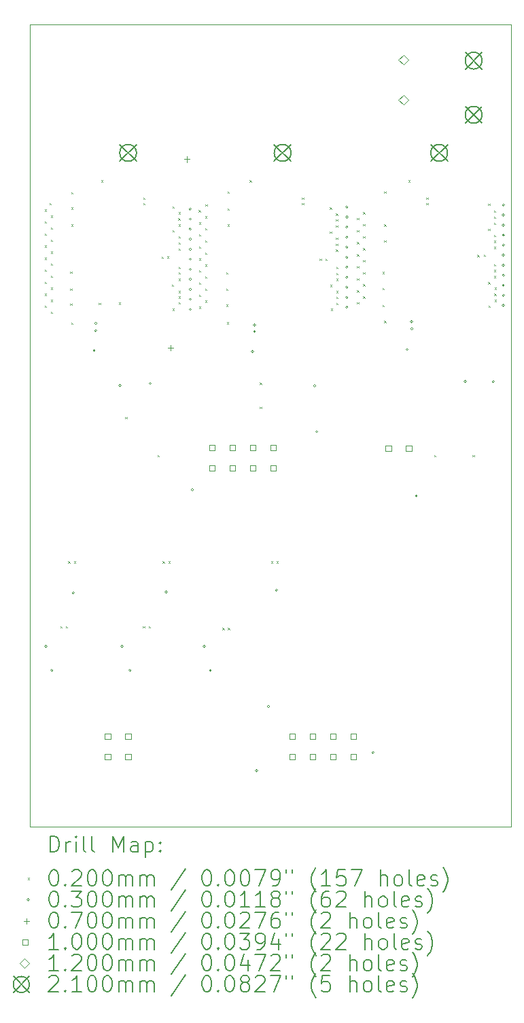
<source format=gbr>
%TF.GenerationSoftware,KiCad,Pcbnew,(6.0.7-1)-1*%
%TF.CreationDate,2023-01-06T15:11:38+01:00*%
%TF.ProjectId,ESC-power-epc,4553432d-706f-4776-9572-2d6570632e6b,rev?*%
%TF.SameCoordinates,Original*%
%TF.FileFunction,Drillmap*%
%TF.FilePolarity,Positive*%
%FSLAX45Y45*%
G04 Gerber Fmt 4.5, Leading zero omitted, Abs format (unit mm)*
G04 Created by KiCad (PCBNEW (6.0.7-1)-1) date 2023-01-06 15:11:38*
%MOMM*%
%LPD*%
G01*
G04 APERTURE LIST*
%ADD10C,0.100000*%
%ADD11C,0.200000*%
%ADD12C,0.020000*%
%ADD13C,0.030000*%
%ADD14C,0.070000*%
%ADD15C,0.120000*%
%ADD16C,0.210000*%
G04 APERTURE END LIST*
D10*
X6575000Y-4000000D02*
X12575000Y-4000000D01*
X12575000Y-4000000D02*
X12575000Y-14000000D01*
X12575000Y-14000000D02*
X6575000Y-14000000D01*
X6575000Y-14000000D02*
X6575000Y-4000000D01*
D11*
D12*
X6762000Y-6305000D02*
X6782000Y-6325000D01*
X6782000Y-6305000D02*
X6762000Y-6325000D01*
X6762000Y-6455000D02*
X6782000Y-6475000D01*
X6782000Y-6455000D02*
X6762000Y-6475000D01*
X6762000Y-6605000D02*
X6782000Y-6625000D01*
X6782000Y-6605000D02*
X6762000Y-6625000D01*
X6762000Y-6755000D02*
X6782000Y-6775000D01*
X6782000Y-6755000D02*
X6762000Y-6775000D01*
X6762000Y-6905000D02*
X6782000Y-6925000D01*
X6782000Y-6905000D02*
X6762000Y-6925000D01*
X6762000Y-7055000D02*
X6782000Y-7075000D01*
X6782000Y-7055000D02*
X6762000Y-7075000D01*
X6762000Y-7205000D02*
X6782000Y-7225000D01*
X6782000Y-7205000D02*
X6762000Y-7225000D01*
X6762000Y-7355000D02*
X6782000Y-7375000D01*
X6782000Y-7355000D02*
X6762000Y-7375000D01*
X6762000Y-7505000D02*
X6782000Y-7525000D01*
X6782000Y-7505000D02*
X6762000Y-7525000D01*
X6820000Y-6225000D02*
X6840000Y-6245000D01*
X6840000Y-6225000D02*
X6820000Y-6245000D01*
X6837000Y-6380000D02*
X6857000Y-6400000D01*
X6857000Y-6380000D02*
X6837000Y-6400000D01*
X6837000Y-6530000D02*
X6857000Y-6550000D01*
X6857000Y-6530000D02*
X6837000Y-6550000D01*
X6837000Y-6680000D02*
X6857000Y-6700000D01*
X6857000Y-6680000D02*
X6837000Y-6700000D01*
X6837000Y-6830000D02*
X6857000Y-6850000D01*
X6857000Y-6830000D02*
X6837000Y-6850000D01*
X6837000Y-6980000D02*
X6857000Y-7000000D01*
X6857000Y-6980000D02*
X6837000Y-7000000D01*
X6837000Y-7130000D02*
X6857000Y-7150000D01*
X6857000Y-7130000D02*
X6837000Y-7150000D01*
X6837000Y-7280000D02*
X6857000Y-7300000D01*
X6857000Y-7280000D02*
X6837000Y-7300000D01*
X6837000Y-7430000D02*
X6857000Y-7450000D01*
X6857000Y-7430000D02*
X6837000Y-7450000D01*
X6837000Y-7580000D02*
X6857000Y-7600000D01*
X6857000Y-7580000D02*
X6837000Y-7600000D01*
X6955000Y-11500000D02*
X6975000Y-11520000D01*
X6975000Y-11500000D02*
X6955000Y-11520000D01*
X7025000Y-11500000D02*
X7045000Y-11520000D01*
X7045000Y-11500000D02*
X7025000Y-11520000D01*
X7055000Y-10690000D02*
X7075000Y-10710000D01*
X7075000Y-10690000D02*
X7055000Y-10710000D01*
X7080000Y-7080000D02*
X7100000Y-7100000D01*
X7100000Y-7080000D02*
X7080000Y-7100000D01*
X7080000Y-7290000D02*
X7100000Y-7310000D01*
X7100000Y-7290000D02*
X7080000Y-7310000D01*
X7080000Y-7480000D02*
X7100000Y-7500000D01*
X7100000Y-7480000D02*
X7080000Y-7500000D01*
X7090000Y-6090000D02*
X7110000Y-6110000D01*
X7110000Y-6090000D02*
X7090000Y-6110000D01*
X7090000Y-6280000D02*
X7110000Y-6300000D01*
X7110000Y-6280000D02*
X7090000Y-6300000D01*
X7090000Y-6490000D02*
X7110000Y-6510000D01*
X7110000Y-6490000D02*
X7090000Y-6510000D01*
X7090000Y-7715000D02*
X7110000Y-7735000D01*
X7110000Y-7715000D02*
X7090000Y-7735000D01*
X7125000Y-10690000D02*
X7145000Y-10710000D01*
X7145000Y-10690000D02*
X7125000Y-10710000D01*
X7435063Y-7468117D02*
X7455063Y-7488117D01*
X7455063Y-7468117D02*
X7435063Y-7488117D01*
X7465000Y-5940000D02*
X7485000Y-5960000D01*
X7485000Y-5940000D02*
X7465000Y-5960000D01*
X7685050Y-7464834D02*
X7705050Y-7484834D01*
X7705050Y-7464834D02*
X7685050Y-7484834D01*
X7765000Y-8890000D02*
X7785000Y-8910000D01*
X7785000Y-8890000D02*
X7765000Y-8910000D01*
X7985000Y-11500000D02*
X8005000Y-11520000D01*
X8005000Y-11500000D02*
X7985000Y-11520000D01*
X7990000Y-6155000D02*
X8010000Y-6175000D01*
X8010000Y-6155000D02*
X7990000Y-6175000D01*
X7990000Y-6225000D02*
X8010000Y-6245000D01*
X8010000Y-6225000D02*
X7990000Y-6245000D01*
X8055000Y-11500000D02*
X8075000Y-11520000D01*
X8075000Y-11500000D02*
X8055000Y-11520000D01*
X8165000Y-9365000D02*
X8185000Y-9385000D01*
X8185000Y-9365000D02*
X8165000Y-9385000D01*
X8217147Y-6891320D02*
X8237147Y-6911320D01*
X8237147Y-6891320D02*
X8217147Y-6911320D01*
X8230000Y-10690000D02*
X8250000Y-10710000D01*
X8250000Y-10690000D02*
X8230000Y-10710000D01*
X8287079Y-6889724D02*
X8307079Y-6909724D01*
X8307079Y-6889724D02*
X8287079Y-6909724D01*
X8300000Y-10690000D02*
X8320000Y-10710000D01*
X8320000Y-10690000D02*
X8300000Y-10710000D01*
X8347000Y-7240000D02*
X8367000Y-7260000D01*
X8367000Y-7240000D02*
X8347000Y-7260000D01*
X8352000Y-6265000D02*
X8372000Y-6285000D01*
X8372000Y-6265000D02*
X8352000Y-6285000D01*
X8352000Y-6565000D02*
X8372000Y-6585000D01*
X8372000Y-6565000D02*
X8352000Y-6585000D01*
X8352000Y-7540000D02*
X8372000Y-7560000D01*
X8372000Y-7540000D02*
X8352000Y-7560000D01*
X8425362Y-6415000D02*
X8445362Y-6435000D01*
X8445362Y-6415000D02*
X8425362Y-6435000D01*
X8427000Y-6340000D02*
X8447000Y-6360000D01*
X8447000Y-6340000D02*
X8427000Y-6360000D01*
X8427000Y-6490000D02*
X8447000Y-6510000D01*
X8447000Y-6490000D02*
X8427000Y-6510000D01*
X8427000Y-6640000D02*
X8447000Y-6660000D01*
X8447000Y-6640000D02*
X8427000Y-6660000D01*
X8427000Y-6715000D02*
X8447000Y-6735000D01*
X8447000Y-6715000D02*
X8427000Y-6735000D01*
X8427000Y-6790000D02*
X8447000Y-6810000D01*
X8447000Y-6790000D02*
X8427000Y-6810000D01*
X8427000Y-7020000D02*
X8447000Y-7040000D01*
X8447000Y-7020000D02*
X8427000Y-7040000D01*
X8427000Y-7090000D02*
X8447000Y-7110000D01*
X8447000Y-7090000D02*
X8427000Y-7110000D01*
X8427000Y-7170000D02*
X8447000Y-7190000D01*
X8447000Y-7170000D02*
X8427000Y-7190000D01*
X8427000Y-7320000D02*
X8447000Y-7340000D01*
X8447000Y-7320000D02*
X8427000Y-7340000D01*
X8427000Y-7390000D02*
X8447000Y-7410000D01*
X8447000Y-7390000D02*
X8427000Y-7410000D01*
X8427000Y-7460000D02*
X8447000Y-7480000D01*
X8447000Y-7460000D02*
X8427000Y-7480000D01*
X8680000Y-6315000D02*
X8700000Y-6335000D01*
X8700000Y-6315000D02*
X8680000Y-6335000D01*
X8685000Y-6465000D02*
X8705000Y-6485000D01*
X8705000Y-6465000D02*
X8685000Y-6485000D01*
X8685000Y-6615000D02*
X8705000Y-6635000D01*
X8705000Y-6615000D02*
X8685000Y-6635000D01*
X8685000Y-6765000D02*
X8705000Y-6785000D01*
X8705000Y-6765000D02*
X8685000Y-6785000D01*
X8685000Y-6915000D02*
X8705000Y-6935000D01*
X8705000Y-6915000D02*
X8685000Y-6935000D01*
X8685000Y-7065000D02*
X8705000Y-7085000D01*
X8705000Y-7065000D02*
X8685000Y-7085000D01*
X8685000Y-7215000D02*
X8705000Y-7235000D01*
X8705000Y-7215000D02*
X8685000Y-7235000D01*
X8685000Y-7365000D02*
X8705000Y-7385000D01*
X8705000Y-7365000D02*
X8685000Y-7385000D01*
X8685000Y-7515000D02*
X8705000Y-7535000D01*
X8705000Y-7515000D02*
X8685000Y-7535000D01*
X8760000Y-6390000D02*
X8780000Y-6410000D01*
X8780000Y-6390000D02*
X8760000Y-6410000D01*
X8760000Y-6540000D02*
X8780000Y-6560000D01*
X8780000Y-6540000D02*
X8760000Y-6560000D01*
X8760000Y-6690000D02*
X8780000Y-6710000D01*
X8780000Y-6690000D02*
X8760000Y-6710000D01*
X8760000Y-6840000D02*
X8780000Y-6860000D01*
X8780000Y-6840000D02*
X8760000Y-6860000D01*
X8760000Y-6990000D02*
X8780000Y-7010000D01*
X8780000Y-6990000D02*
X8760000Y-7010000D01*
X8760000Y-7140000D02*
X8780000Y-7160000D01*
X8780000Y-7140000D02*
X8760000Y-7160000D01*
X8760000Y-7290000D02*
X8780000Y-7310000D01*
X8780000Y-7290000D02*
X8760000Y-7310000D01*
X8760000Y-7440000D02*
X8780000Y-7460000D01*
X8780000Y-7440000D02*
X8760000Y-7460000D01*
X8765000Y-6240000D02*
X8785000Y-6260000D01*
X8785000Y-6240000D02*
X8765000Y-6260000D01*
X8975000Y-11520000D02*
X8995000Y-11540000D01*
X8995000Y-11520000D02*
X8975000Y-11540000D01*
X9020000Y-7090000D02*
X9040000Y-7110000D01*
X9040000Y-7090000D02*
X9020000Y-7110000D01*
X9020000Y-7290000D02*
X9040000Y-7310000D01*
X9040000Y-7290000D02*
X9020000Y-7310000D01*
X9020000Y-7490000D02*
X9040000Y-7510000D01*
X9040000Y-7490000D02*
X9020000Y-7510000D01*
X9030000Y-7710000D02*
X9050000Y-7730000D01*
X9050000Y-7710000D02*
X9030000Y-7730000D01*
X9040000Y-6080000D02*
X9060000Y-6100000D01*
X9060000Y-6080000D02*
X9040000Y-6100000D01*
X9040000Y-6290000D02*
X9060000Y-6310000D01*
X9060000Y-6290000D02*
X9040000Y-6310000D01*
X9040000Y-6490000D02*
X9060000Y-6510000D01*
X9060000Y-6490000D02*
X9040000Y-6510000D01*
X9045000Y-11520000D02*
X9065000Y-11540000D01*
X9065000Y-11520000D02*
X9045000Y-11540000D01*
X9315000Y-5940000D02*
X9335000Y-5960000D01*
X9335000Y-5940000D02*
X9315000Y-5960000D01*
X9440000Y-8465000D02*
X9460000Y-8485000D01*
X9460000Y-8465000D02*
X9440000Y-8485000D01*
X9440000Y-8765000D02*
X9460000Y-8785000D01*
X9460000Y-8765000D02*
X9440000Y-8785000D01*
X9580000Y-10690000D02*
X9600000Y-10710000D01*
X9600000Y-10690000D02*
X9580000Y-10710000D01*
X9650000Y-10690000D02*
X9670000Y-10710000D01*
X9670000Y-10690000D02*
X9650000Y-10710000D01*
X9965000Y-6155000D02*
X9985000Y-6175000D01*
X9985000Y-6155000D02*
X9965000Y-6175000D01*
X9965000Y-6225000D02*
X9985000Y-6245000D01*
X9985000Y-6225000D02*
X9965000Y-6245000D01*
X10187070Y-6920450D02*
X10207070Y-6940450D01*
X10207070Y-6920450D02*
X10187070Y-6940450D01*
X10256978Y-6918017D02*
X10276978Y-6938017D01*
X10276978Y-6918017D02*
X10256978Y-6938017D01*
X10315000Y-6280000D02*
X10335000Y-6300000D01*
X10335000Y-6280000D02*
X10315000Y-6300000D01*
X10315000Y-6580000D02*
X10335000Y-6600000D01*
X10335000Y-6580000D02*
X10315000Y-6600000D01*
X10320000Y-7245000D02*
X10340000Y-7265000D01*
X10340000Y-7245000D02*
X10320000Y-7265000D01*
X10325000Y-7540000D02*
X10345000Y-7560000D01*
X10345000Y-7540000D02*
X10325000Y-7560000D01*
X10388362Y-6430000D02*
X10408362Y-6450000D01*
X10408362Y-6430000D02*
X10388362Y-6450000D01*
X10388362Y-6730000D02*
X10408362Y-6750000D01*
X10408362Y-6730000D02*
X10388362Y-6750000D01*
X10390000Y-6355000D02*
X10410000Y-6375000D01*
X10410000Y-6355000D02*
X10390000Y-6375000D01*
X10390000Y-6505000D02*
X10410000Y-6525000D01*
X10410000Y-6505000D02*
X10390000Y-6525000D01*
X10390000Y-6655000D02*
X10410000Y-6675000D01*
X10410000Y-6655000D02*
X10390000Y-6675000D01*
X10390000Y-6805000D02*
X10410000Y-6825000D01*
X10410000Y-6805000D02*
X10390000Y-6825000D01*
X10393362Y-7095000D02*
X10413362Y-7115000D01*
X10413362Y-7095000D02*
X10393362Y-7115000D01*
X10393362Y-7395000D02*
X10413362Y-7415000D01*
X10413362Y-7395000D02*
X10393362Y-7415000D01*
X10395000Y-7020000D02*
X10415000Y-7040000D01*
X10415000Y-7020000D02*
X10395000Y-7040000D01*
X10395000Y-7170000D02*
X10415000Y-7190000D01*
X10415000Y-7170000D02*
X10395000Y-7190000D01*
X10395000Y-7320000D02*
X10415000Y-7340000D01*
X10415000Y-7320000D02*
X10395000Y-7340000D01*
X10395000Y-7470000D02*
X10415000Y-7490000D01*
X10415000Y-7470000D02*
X10395000Y-7490000D01*
X10652000Y-6412500D02*
X10672000Y-6432500D01*
X10672000Y-6412500D02*
X10652000Y-6432500D01*
X10652000Y-6562500D02*
X10672000Y-6582500D01*
X10672000Y-6562500D02*
X10652000Y-6582500D01*
X10652000Y-6712500D02*
X10672000Y-6732500D01*
X10672000Y-6712500D02*
X10652000Y-6732500D01*
X10652000Y-6862500D02*
X10672000Y-6882500D01*
X10672000Y-6862500D02*
X10652000Y-6882500D01*
X10652000Y-7012500D02*
X10672000Y-7032500D01*
X10672000Y-7012500D02*
X10652000Y-7032500D01*
X10652000Y-7162500D02*
X10672000Y-7182500D01*
X10672000Y-7162500D02*
X10652000Y-7182500D01*
X10652000Y-7312500D02*
X10672000Y-7332500D01*
X10672000Y-7312500D02*
X10652000Y-7332500D01*
X10652000Y-7462500D02*
X10672000Y-7482500D01*
X10672000Y-7462500D02*
X10652000Y-7482500D01*
X10727000Y-6337500D02*
X10747000Y-6357500D01*
X10747000Y-6337500D02*
X10727000Y-6357500D01*
X10727000Y-6487500D02*
X10747000Y-6507500D01*
X10747000Y-6487500D02*
X10727000Y-6507500D01*
X10727000Y-6637500D02*
X10747000Y-6657500D01*
X10747000Y-6637500D02*
X10727000Y-6657500D01*
X10727000Y-6787500D02*
X10747000Y-6807500D01*
X10747000Y-6787500D02*
X10727000Y-6807500D01*
X10727000Y-6937500D02*
X10747000Y-6957500D01*
X10747000Y-6937500D02*
X10727000Y-6957500D01*
X10727000Y-7087500D02*
X10747000Y-7107500D01*
X10747000Y-7087500D02*
X10727000Y-7107500D01*
X10727000Y-7237500D02*
X10747000Y-7257500D01*
X10747000Y-7237500D02*
X10727000Y-7257500D01*
X10727000Y-7387500D02*
X10747000Y-7407500D01*
X10747000Y-7387500D02*
X10727000Y-7407500D01*
X10970000Y-7085000D02*
X10990000Y-7105000D01*
X10990000Y-7085000D02*
X10970000Y-7105000D01*
X10970000Y-7285000D02*
X10990000Y-7305000D01*
X10990000Y-7285000D02*
X10970000Y-7305000D01*
X10970000Y-7495000D02*
X10990000Y-7515000D01*
X10990000Y-7495000D02*
X10970000Y-7515000D01*
X10990000Y-6080000D02*
X11010000Y-6100000D01*
X11010000Y-6080000D02*
X10990000Y-6100000D01*
X10990000Y-6490000D02*
X11010000Y-6510000D01*
X11010000Y-6490000D02*
X10990000Y-6510000D01*
X10990000Y-6690000D02*
X11010000Y-6710000D01*
X11010000Y-6690000D02*
X10990000Y-6710000D01*
X10990000Y-7695000D02*
X11010000Y-7715000D01*
X11010000Y-7695000D02*
X10990000Y-7715000D01*
X11290000Y-5940000D02*
X11310000Y-5960000D01*
X11310000Y-5940000D02*
X11290000Y-5960000D01*
X11515000Y-6155000D02*
X11535000Y-6175000D01*
X11535000Y-6155000D02*
X11515000Y-6175000D01*
X11515000Y-6225000D02*
X11535000Y-6245000D01*
X11535000Y-6225000D02*
X11515000Y-6245000D01*
X11615000Y-9365000D02*
X11635000Y-9385000D01*
X11635000Y-9365000D02*
X11615000Y-9385000D01*
X12090000Y-9365000D02*
X12110000Y-9385000D01*
X12110000Y-9365000D02*
X12090000Y-9385000D01*
X12150000Y-6872500D02*
X12170000Y-6892500D01*
X12170000Y-6872500D02*
X12150000Y-6892500D01*
X12230000Y-6870000D02*
X12250000Y-6890000D01*
X12250000Y-6870000D02*
X12230000Y-6890000D01*
X12285000Y-6235000D02*
X12305000Y-6255000D01*
X12305000Y-6235000D02*
X12285000Y-6255000D01*
X12285000Y-6545000D02*
X12305000Y-6565000D01*
X12305000Y-6545000D02*
X12285000Y-6565000D01*
X12285000Y-7210000D02*
X12305000Y-7230000D01*
X12305000Y-7210000D02*
X12285000Y-7230000D01*
X12290000Y-7505000D02*
X12310000Y-7525000D01*
X12310000Y-7505000D02*
X12290000Y-7525000D01*
X12358362Y-6395000D02*
X12378362Y-6415000D01*
X12378362Y-6395000D02*
X12358362Y-6415000D01*
X12358362Y-6695000D02*
X12378362Y-6715000D01*
X12378362Y-6695000D02*
X12358362Y-6715000D01*
X12358362Y-7060000D02*
X12378362Y-7080000D01*
X12378362Y-7060000D02*
X12358362Y-7080000D01*
X12360000Y-6320000D02*
X12380000Y-6340000D01*
X12380000Y-6320000D02*
X12360000Y-6340000D01*
X12360000Y-6470000D02*
X12380000Y-6490000D01*
X12380000Y-6470000D02*
X12360000Y-6490000D01*
X12360000Y-6620000D02*
X12380000Y-6640000D01*
X12380000Y-6620000D02*
X12360000Y-6640000D01*
X12360000Y-6770000D02*
X12380000Y-6790000D01*
X12380000Y-6770000D02*
X12360000Y-6790000D01*
X12360000Y-6985000D02*
X12380000Y-7005000D01*
X12380000Y-6985000D02*
X12360000Y-7005000D01*
X12360000Y-7135000D02*
X12380000Y-7155000D01*
X12380000Y-7135000D02*
X12360000Y-7155000D01*
X12363362Y-7355000D02*
X12383362Y-7375000D01*
X12383362Y-7355000D02*
X12363362Y-7375000D01*
X12365000Y-7280000D02*
X12385000Y-7300000D01*
X12385000Y-7280000D02*
X12365000Y-7300000D01*
X12365000Y-7430000D02*
X12385000Y-7450000D01*
X12385000Y-7430000D02*
X12365000Y-7450000D01*
D13*
X6790000Y-11750000D02*
G75*
G03*
X6790000Y-11750000I-15000J0D01*
G01*
X6865000Y-12050000D02*
G75*
G03*
X6865000Y-12050000I-15000J0D01*
G01*
X7132500Y-11082500D02*
G75*
G03*
X7132500Y-11082500I-15000J0D01*
G01*
X7392000Y-8065000D02*
G75*
G03*
X7392000Y-8065000I-15000J0D01*
G01*
X7412000Y-7725000D02*
G75*
G03*
X7412000Y-7725000I-15000J0D01*
G01*
X7412000Y-7815000D02*
G75*
G03*
X7412000Y-7815000I-15000J0D01*
G01*
X7715000Y-8500000D02*
G75*
G03*
X7715000Y-8500000I-15000J0D01*
G01*
X7740000Y-11750000D02*
G75*
G03*
X7740000Y-11750000I-15000J0D01*
G01*
X7840000Y-12050000D02*
G75*
G03*
X7840000Y-12050000I-15000J0D01*
G01*
X8090000Y-8475000D02*
G75*
G03*
X8090000Y-8475000I-15000J0D01*
G01*
X8290000Y-11075000D02*
G75*
G03*
X8290000Y-11075000I-15000J0D01*
G01*
X8590000Y-6300000D02*
G75*
G03*
X8590000Y-6300000I-15000J0D01*
G01*
X8590000Y-6425000D02*
G75*
G03*
X8590000Y-6425000I-15000J0D01*
G01*
X8590000Y-6550000D02*
G75*
G03*
X8590000Y-6550000I-15000J0D01*
G01*
X8590000Y-6675000D02*
G75*
G03*
X8590000Y-6675000I-15000J0D01*
G01*
X8590000Y-6800000D02*
G75*
G03*
X8590000Y-6800000I-15000J0D01*
G01*
X8590000Y-6925000D02*
G75*
G03*
X8590000Y-6925000I-15000J0D01*
G01*
X8590000Y-7050000D02*
G75*
G03*
X8590000Y-7050000I-15000J0D01*
G01*
X8590000Y-7175000D02*
G75*
G03*
X8590000Y-7175000I-15000J0D01*
G01*
X8590000Y-7300000D02*
G75*
G03*
X8590000Y-7300000I-15000J0D01*
G01*
X8590000Y-7425000D02*
G75*
G03*
X8590000Y-7425000I-15000J0D01*
G01*
X8590000Y-7550000D02*
G75*
G03*
X8590000Y-7550000I-15000J0D01*
G01*
X8615000Y-9800000D02*
G75*
G03*
X8615000Y-9800000I-15000J0D01*
G01*
X8765000Y-11750000D02*
G75*
G03*
X8765000Y-11750000I-15000J0D01*
G01*
X8840000Y-12050000D02*
G75*
G03*
X8840000Y-12050000I-15000J0D01*
G01*
X9365000Y-8075000D02*
G75*
G03*
X9365000Y-8075000I-15000J0D01*
G01*
X9390000Y-7745050D02*
G75*
G03*
X9390000Y-7745050I-15000J0D01*
G01*
X9390000Y-7825000D02*
G75*
G03*
X9390000Y-7825000I-15000J0D01*
G01*
X9415000Y-13300000D02*
G75*
G03*
X9415000Y-13300000I-15000J0D01*
G01*
X9565000Y-12500000D02*
G75*
G03*
X9565000Y-12500000I-15000J0D01*
G01*
X9665000Y-11050000D02*
G75*
G03*
X9665000Y-11050000I-15000J0D01*
G01*
X10138592Y-8503052D02*
G75*
G03*
X10138592Y-8503052I-15000J0D01*
G01*
X10165000Y-9075000D02*
G75*
G03*
X10165000Y-9075000I-15000J0D01*
G01*
X10540000Y-6275000D02*
G75*
G03*
X10540000Y-6275000I-15000J0D01*
G01*
X10540000Y-6400000D02*
G75*
G03*
X10540000Y-6400000I-15000J0D01*
G01*
X10540000Y-6525000D02*
G75*
G03*
X10540000Y-6525000I-15000J0D01*
G01*
X10540000Y-6650000D02*
G75*
G03*
X10540000Y-6650000I-15000J0D01*
G01*
X10540000Y-6775000D02*
G75*
G03*
X10540000Y-6775000I-15000J0D01*
G01*
X10540000Y-6900000D02*
G75*
G03*
X10540000Y-6900000I-15000J0D01*
G01*
X10540000Y-7025000D02*
G75*
G03*
X10540000Y-7025000I-15000J0D01*
G01*
X10540000Y-7150000D02*
G75*
G03*
X10540000Y-7150000I-15000J0D01*
G01*
X10540000Y-7275000D02*
G75*
G03*
X10540000Y-7275000I-15000J0D01*
G01*
X10540000Y-7400000D02*
G75*
G03*
X10540000Y-7400000I-15000J0D01*
G01*
X10540000Y-7525000D02*
G75*
G03*
X10540000Y-7525000I-15000J0D01*
G01*
X10865000Y-13075000D02*
G75*
G03*
X10865000Y-13075000I-15000J0D01*
G01*
X11290000Y-8050000D02*
G75*
G03*
X11290000Y-8050000I-15000J0D01*
G01*
X11347000Y-7702500D02*
G75*
G03*
X11347000Y-7702500I-15000J0D01*
G01*
X11352000Y-7792500D02*
G75*
G03*
X11352000Y-7792500I-15000J0D01*
G01*
X11405000Y-9875000D02*
G75*
G03*
X11405000Y-9875000I-15000J0D01*
G01*
X12015000Y-8450000D02*
G75*
G03*
X12015000Y-8450000I-15000J0D01*
G01*
X12365000Y-8450000D02*
G75*
G03*
X12365000Y-8450000I-15000J0D01*
G01*
X12490000Y-6250000D02*
G75*
G03*
X12490000Y-6250000I-15000J0D01*
G01*
X12490000Y-6375000D02*
G75*
G03*
X12490000Y-6375000I-15000J0D01*
G01*
X12490000Y-6500000D02*
G75*
G03*
X12490000Y-6500000I-15000J0D01*
G01*
X12490000Y-6625000D02*
G75*
G03*
X12490000Y-6625000I-15000J0D01*
G01*
X12490000Y-6750000D02*
G75*
G03*
X12490000Y-6750000I-15000J0D01*
G01*
X12490000Y-6875000D02*
G75*
G03*
X12490000Y-6875000I-15000J0D01*
G01*
X12490000Y-7000000D02*
G75*
G03*
X12490000Y-7000000I-15000J0D01*
G01*
X12490000Y-7125000D02*
G75*
G03*
X12490000Y-7125000I-15000J0D01*
G01*
X12490000Y-7250000D02*
G75*
G03*
X12490000Y-7250000I-15000J0D01*
G01*
X12490000Y-7375000D02*
G75*
G03*
X12490000Y-7375000I-15000J0D01*
G01*
X12490000Y-7500000D02*
G75*
G03*
X12490000Y-7500000I-15000J0D01*
G01*
D14*
X8330000Y-7995000D02*
X8330000Y-8065000D01*
X8295000Y-8030000D02*
X8365000Y-8030000D01*
X8530000Y-5645000D02*
X8530000Y-5715000D01*
X8495000Y-5680000D02*
X8565000Y-5680000D01*
D10*
X7582856Y-12907856D02*
X7582856Y-12837144D01*
X7512144Y-12837144D01*
X7512144Y-12907856D01*
X7582856Y-12907856D01*
X7582856Y-13161856D02*
X7582856Y-13091144D01*
X7512144Y-13091144D01*
X7512144Y-13161856D01*
X7582856Y-13161856D01*
X7836856Y-12907856D02*
X7836856Y-12837144D01*
X7766144Y-12837144D01*
X7766144Y-12907856D01*
X7836856Y-12907856D01*
X7836856Y-13161856D02*
X7836856Y-13091144D01*
X7766144Y-13091144D01*
X7766144Y-13161856D01*
X7836856Y-13161856D01*
X8880356Y-9308856D02*
X8880356Y-9238144D01*
X8809644Y-9238144D01*
X8809644Y-9308856D01*
X8880356Y-9308856D01*
X8880356Y-9562856D02*
X8880356Y-9492144D01*
X8809644Y-9492144D01*
X8809644Y-9562856D01*
X8880356Y-9562856D01*
X9134356Y-9308856D02*
X9134356Y-9238144D01*
X9063644Y-9238144D01*
X9063644Y-9308856D01*
X9134356Y-9308856D01*
X9134356Y-9562856D02*
X9134356Y-9492144D01*
X9063644Y-9492144D01*
X9063644Y-9562856D01*
X9134356Y-9562856D01*
X9388356Y-9308856D02*
X9388356Y-9238144D01*
X9317644Y-9238144D01*
X9317644Y-9308856D01*
X9388356Y-9308856D01*
X9388356Y-9562856D02*
X9388356Y-9492144D01*
X9317644Y-9492144D01*
X9317644Y-9562856D01*
X9388356Y-9562856D01*
X9642356Y-9308856D02*
X9642356Y-9238144D01*
X9571644Y-9238144D01*
X9571644Y-9308856D01*
X9642356Y-9308856D01*
X9642356Y-9562856D02*
X9642356Y-9492144D01*
X9571644Y-9492144D01*
X9571644Y-9562856D01*
X9642356Y-9562856D01*
X9880356Y-12908856D02*
X9880356Y-12838144D01*
X9809644Y-12838144D01*
X9809644Y-12908856D01*
X9880356Y-12908856D01*
X9880356Y-13162856D02*
X9880356Y-13092144D01*
X9809644Y-13092144D01*
X9809644Y-13162856D01*
X9880356Y-13162856D01*
X10134356Y-12908856D02*
X10134356Y-12838144D01*
X10063644Y-12838144D01*
X10063644Y-12908856D01*
X10134356Y-12908856D01*
X10134356Y-13162856D02*
X10134356Y-13092144D01*
X10063644Y-13092144D01*
X10063644Y-13162856D01*
X10134356Y-13162856D01*
X10388356Y-12908856D02*
X10388356Y-12838144D01*
X10317644Y-12838144D01*
X10317644Y-12908856D01*
X10388356Y-12908856D01*
X10388356Y-13162856D02*
X10388356Y-13092144D01*
X10317644Y-13092144D01*
X10317644Y-13162856D01*
X10388356Y-13162856D01*
X10642356Y-12908856D02*
X10642356Y-12838144D01*
X10571644Y-12838144D01*
X10571644Y-12908856D01*
X10642356Y-12908856D01*
X10642356Y-13162856D02*
X10642356Y-13092144D01*
X10571644Y-13092144D01*
X10571644Y-13162856D01*
X10642356Y-13162856D01*
X11077856Y-9315356D02*
X11077856Y-9244644D01*
X11007144Y-9244644D01*
X11007144Y-9315356D01*
X11077856Y-9315356D01*
X11331856Y-9315356D02*
X11331856Y-9244644D01*
X11261144Y-9244644D01*
X11261144Y-9315356D01*
X11331856Y-9315356D01*
D15*
X11230000Y-4497396D02*
X11290000Y-4437396D01*
X11230000Y-4377396D01*
X11170000Y-4437396D01*
X11230000Y-4497396D01*
X11230000Y-4997396D02*
X11290000Y-4937396D01*
X11230000Y-4877396D01*
X11170000Y-4937396D01*
X11230000Y-4997396D01*
D16*
X7695000Y-5495000D02*
X7905000Y-5705000D01*
X7905000Y-5495000D02*
X7695000Y-5705000D01*
X7905000Y-5600000D02*
G75*
G03*
X7905000Y-5600000I-105000J0D01*
G01*
X9620000Y-5495000D02*
X9830000Y-5705000D01*
X9830000Y-5495000D02*
X9620000Y-5705000D01*
X9830000Y-5600000D02*
G75*
G03*
X9830000Y-5600000I-105000J0D01*
G01*
X11570000Y-5495000D02*
X11780000Y-5705000D01*
X11780000Y-5495000D02*
X11570000Y-5705000D01*
X11780000Y-5600000D02*
G75*
G03*
X11780000Y-5600000I-105000J0D01*
G01*
X12000000Y-4345000D02*
X12210000Y-4555000D01*
X12210000Y-4345000D02*
X12000000Y-4555000D01*
X12210000Y-4450000D02*
G75*
G03*
X12210000Y-4450000I-105000J0D01*
G01*
X12000000Y-5020000D02*
X12210000Y-5230000D01*
X12210000Y-5020000D02*
X12000000Y-5230000D01*
X12210000Y-5125000D02*
G75*
G03*
X12210000Y-5125000I-105000J0D01*
G01*
D11*
X6827619Y-14315476D02*
X6827619Y-14115476D01*
X6875238Y-14115476D01*
X6903809Y-14125000D01*
X6922857Y-14144048D01*
X6932381Y-14163095D01*
X6941905Y-14201190D01*
X6941905Y-14229762D01*
X6932381Y-14267857D01*
X6922857Y-14286905D01*
X6903809Y-14305952D01*
X6875238Y-14315476D01*
X6827619Y-14315476D01*
X7027619Y-14315476D02*
X7027619Y-14182143D01*
X7027619Y-14220238D02*
X7037143Y-14201190D01*
X7046667Y-14191667D01*
X7065714Y-14182143D01*
X7084762Y-14182143D01*
X7151428Y-14315476D02*
X7151428Y-14182143D01*
X7151428Y-14115476D02*
X7141905Y-14125000D01*
X7151428Y-14134524D01*
X7160952Y-14125000D01*
X7151428Y-14115476D01*
X7151428Y-14134524D01*
X7275238Y-14315476D02*
X7256190Y-14305952D01*
X7246667Y-14286905D01*
X7246667Y-14115476D01*
X7380000Y-14315476D02*
X7360952Y-14305952D01*
X7351428Y-14286905D01*
X7351428Y-14115476D01*
X7608571Y-14315476D02*
X7608571Y-14115476D01*
X7675238Y-14258333D01*
X7741905Y-14115476D01*
X7741905Y-14315476D01*
X7922857Y-14315476D02*
X7922857Y-14210714D01*
X7913333Y-14191667D01*
X7894286Y-14182143D01*
X7856190Y-14182143D01*
X7837143Y-14191667D01*
X7922857Y-14305952D02*
X7903809Y-14315476D01*
X7856190Y-14315476D01*
X7837143Y-14305952D01*
X7827619Y-14286905D01*
X7827619Y-14267857D01*
X7837143Y-14248809D01*
X7856190Y-14239286D01*
X7903809Y-14239286D01*
X7922857Y-14229762D01*
X8018095Y-14182143D02*
X8018095Y-14382143D01*
X8018095Y-14191667D02*
X8037143Y-14182143D01*
X8075238Y-14182143D01*
X8094286Y-14191667D01*
X8103809Y-14201190D01*
X8113333Y-14220238D01*
X8113333Y-14277381D01*
X8103809Y-14296428D01*
X8094286Y-14305952D01*
X8075238Y-14315476D01*
X8037143Y-14315476D01*
X8018095Y-14305952D01*
X8199048Y-14296428D02*
X8208571Y-14305952D01*
X8199048Y-14315476D01*
X8189524Y-14305952D01*
X8199048Y-14296428D01*
X8199048Y-14315476D01*
X8199048Y-14191667D02*
X8208571Y-14201190D01*
X8199048Y-14210714D01*
X8189524Y-14201190D01*
X8199048Y-14191667D01*
X8199048Y-14210714D01*
D12*
X6550000Y-14635000D02*
X6570000Y-14655000D01*
X6570000Y-14635000D02*
X6550000Y-14655000D01*
D11*
X6865714Y-14535476D02*
X6884762Y-14535476D01*
X6903809Y-14545000D01*
X6913333Y-14554524D01*
X6922857Y-14573571D01*
X6932381Y-14611667D01*
X6932381Y-14659286D01*
X6922857Y-14697381D01*
X6913333Y-14716428D01*
X6903809Y-14725952D01*
X6884762Y-14735476D01*
X6865714Y-14735476D01*
X6846667Y-14725952D01*
X6837143Y-14716428D01*
X6827619Y-14697381D01*
X6818095Y-14659286D01*
X6818095Y-14611667D01*
X6827619Y-14573571D01*
X6837143Y-14554524D01*
X6846667Y-14545000D01*
X6865714Y-14535476D01*
X7018095Y-14716428D02*
X7027619Y-14725952D01*
X7018095Y-14735476D01*
X7008571Y-14725952D01*
X7018095Y-14716428D01*
X7018095Y-14735476D01*
X7103809Y-14554524D02*
X7113333Y-14545000D01*
X7132381Y-14535476D01*
X7180000Y-14535476D01*
X7199048Y-14545000D01*
X7208571Y-14554524D01*
X7218095Y-14573571D01*
X7218095Y-14592619D01*
X7208571Y-14621190D01*
X7094286Y-14735476D01*
X7218095Y-14735476D01*
X7341905Y-14535476D02*
X7360952Y-14535476D01*
X7380000Y-14545000D01*
X7389524Y-14554524D01*
X7399048Y-14573571D01*
X7408571Y-14611667D01*
X7408571Y-14659286D01*
X7399048Y-14697381D01*
X7389524Y-14716428D01*
X7380000Y-14725952D01*
X7360952Y-14735476D01*
X7341905Y-14735476D01*
X7322857Y-14725952D01*
X7313333Y-14716428D01*
X7303809Y-14697381D01*
X7294286Y-14659286D01*
X7294286Y-14611667D01*
X7303809Y-14573571D01*
X7313333Y-14554524D01*
X7322857Y-14545000D01*
X7341905Y-14535476D01*
X7532381Y-14535476D02*
X7551428Y-14535476D01*
X7570476Y-14545000D01*
X7580000Y-14554524D01*
X7589524Y-14573571D01*
X7599048Y-14611667D01*
X7599048Y-14659286D01*
X7589524Y-14697381D01*
X7580000Y-14716428D01*
X7570476Y-14725952D01*
X7551428Y-14735476D01*
X7532381Y-14735476D01*
X7513333Y-14725952D01*
X7503809Y-14716428D01*
X7494286Y-14697381D01*
X7484762Y-14659286D01*
X7484762Y-14611667D01*
X7494286Y-14573571D01*
X7503809Y-14554524D01*
X7513333Y-14545000D01*
X7532381Y-14535476D01*
X7684762Y-14735476D02*
X7684762Y-14602143D01*
X7684762Y-14621190D02*
X7694286Y-14611667D01*
X7713333Y-14602143D01*
X7741905Y-14602143D01*
X7760952Y-14611667D01*
X7770476Y-14630714D01*
X7770476Y-14735476D01*
X7770476Y-14630714D02*
X7780000Y-14611667D01*
X7799048Y-14602143D01*
X7827619Y-14602143D01*
X7846667Y-14611667D01*
X7856190Y-14630714D01*
X7856190Y-14735476D01*
X7951428Y-14735476D02*
X7951428Y-14602143D01*
X7951428Y-14621190D02*
X7960952Y-14611667D01*
X7980000Y-14602143D01*
X8008571Y-14602143D01*
X8027619Y-14611667D01*
X8037143Y-14630714D01*
X8037143Y-14735476D01*
X8037143Y-14630714D02*
X8046667Y-14611667D01*
X8065714Y-14602143D01*
X8094286Y-14602143D01*
X8113333Y-14611667D01*
X8122857Y-14630714D01*
X8122857Y-14735476D01*
X8513333Y-14525952D02*
X8341905Y-14783095D01*
X8770476Y-14535476D02*
X8789524Y-14535476D01*
X8808571Y-14545000D01*
X8818095Y-14554524D01*
X8827619Y-14573571D01*
X8837143Y-14611667D01*
X8837143Y-14659286D01*
X8827619Y-14697381D01*
X8818095Y-14716428D01*
X8808571Y-14725952D01*
X8789524Y-14735476D01*
X8770476Y-14735476D01*
X8751429Y-14725952D01*
X8741905Y-14716428D01*
X8732381Y-14697381D01*
X8722857Y-14659286D01*
X8722857Y-14611667D01*
X8732381Y-14573571D01*
X8741905Y-14554524D01*
X8751429Y-14545000D01*
X8770476Y-14535476D01*
X8922857Y-14716428D02*
X8932381Y-14725952D01*
X8922857Y-14735476D01*
X8913333Y-14725952D01*
X8922857Y-14716428D01*
X8922857Y-14735476D01*
X9056190Y-14535476D02*
X9075238Y-14535476D01*
X9094286Y-14545000D01*
X9103810Y-14554524D01*
X9113333Y-14573571D01*
X9122857Y-14611667D01*
X9122857Y-14659286D01*
X9113333Y-14697381D01*
X9103810Y-14716428D01*
X9094286Y-14725952D01*
X9075238Y-14735476D01*
X9056190Y-14735476D01*
X9037143Y-14725952D01*
X9027619Y-14716428D01*
X9018095Y-14697381D01*
X9008571Y-14659286D01*
X9008571Y-14611667D01*
X9018095Y-14573571D01*
X9027619Y-14554524D01*
X9037143Y-14545000D01*
X9056190Y-14535476D01*
X9246667Y-14535476D02*
X9265714Y-14535476D01*
X9284762Y-14545000D01*
X9294286Y-14554524D01*
X9303810Y-14573571D01*
X9313333Y-14611667D01*
X9313333Y-14659286D01*
X9303810Y-14697381D01*
X9294286Y-14716428D01*
X9284762Y-14725952D01*
X9265714Y-14735476D01*
X9246667Y-14735476D01*
X9227619Y-14725952D01*
X9218095Y-14716428D01*
X9208571Y-14697381D01*
X9199048Y-14659286D01*
X9199048Y-14611667D01*
X9208571Y-14573571D01*
X9218095Y-14554524D01*
X9227619Y-14545000D01*
X9246667Y-14535476D01*
X9380000Y-14535476D02*
X9513333Y-14535476D01*
X9427619Y-14735476D01*
X9599048Y-14735476D02*
X9637143Y-14735476D01*
X9656190Y-14725952D01*
X9665714Y-14716428D01*
X9684762Y-14687857D01*
X9694286Y-14649762D01*
X9694286Y-14573571D01*
X9684762Y-14554524D01*
X9675238Y-14545000D01*
X9656190Y-14535476D01*
X9618095Y-14535476D01*
X9599048Y-14545000D01*
X9589524Y-14554524D01*
X9580000Y-14573571D01*
X9580000Y-14621190D01*
X9589524Y-14640238D01*
X9599048Y-14649762D01*
X9618095Y-14659286D01*
X9656190Y-14659286D01*
X9675238Y-14649762D01*
X9684762Y-14640238D01*
X9694286Y-14621190D01*
X9770476Y-14535476D02*
X9770476Y-14573571D01*
X9846667Y-14535476D02*
X9846667Y-14573571D01*
X10141905Y-14811667D02*
X10132381Y-14802143D01*
X10113333Y-14773571D01*
X10103810Y-14754524D01*
X10094286Y-14725952D01*
X10084762Y-14678333D01*
X10084762Y-14640238D01*
X10094286Y-14592619D01*
X10103810Y-14564048D01*
X10113333Y-14545000D01*
X10132381Y-14516428D01*
X10141905Y-14506905D01*
X10322857Y-14735476D02*
X10208571Y-14735476D01*
X10265714Y-14735476D02*
X10265714Y-14535476D01*
X10246667Y-14564048D01*
X10227619Y-14583095D01*
X10208571Y-14592619D01*
X10503810Y-14535476D02*
X10408571Y-14535476D01*
X10399048Y-14630714D01*
X10408571Y-14621190D01*
X10427619Y-14611667D01*
X10475238Y-14611667D01*
X10494286Y-14621190D01*
X10503810Y-14630714D01*
X10513333Y-14649762D01*
X10513333Y-14697381D01*
X10503810Y-14716428D01*
X10494286Y-14725952D01*
X10475238Y-14735476D01*
X10427619Y-14735476D01*
X10408571Y-14725952D01*
X10399048Y-14716428D01*
X10580000Y-14535476D02*
X10713333Y-14535476D01*
X10627619Y-14735476D01*
X10941905Y-14735476D02*
X10941905Y-14535476D01*
X11027619Y-14735476D02*
X11027619Y-14630714D01*
X11018095Y-14611667D01*
X10999048Y-14602143D01*
X10970476Y-14602143D01*
X10951429Y-14611667D01*
X10941905Y-14621190D01*
X11151429Y-14735476D02*
X11132381Y-14725952D01*
X11122857Y-14716428D01*
X11113333Y-14697381D01*
X11113333Y-14640238D01*
X11122857Y-14621190D01*
X11132381Y-14611667D01*
X11151429Y-14602143D01*
X11180000Y-14602143D01*
X11199048Y-14611667D01*
X11208571Y-14621190D01*
X11218095Y-14640238D01*
X11218095Y-14697381D01*
X11208571Y-14716428D01*
X11199048Y-14725952D01*
X11180000Y-14735476D01*
X11151429Y-14735476D01*
X11332381Y-14735476D02*
X11313333Y-14725952D01*
X11303809Y-14706905D01*
X11303809Y-14535476D01*
X11484762Y-14725952D02*
X11465714Y-14735476D01*
X11427619Y-14735476D01*
X11408571Y-14725952D01*
X11399048Y-14706905D01*
X11399048Y-14630714D01*
X11408571Y-14611667D01*
X11427619Y-14602143D01*
X11465714Y-14602143D01*
X11484762Y-14611667D01*
X11494286Y-14630714D01*
X11494286Y-14649762D01*
X11399048Y-14668809D01*
X11570476Y-14725952D02*
X11589524Y-14735476D01*
X11627619Y-14735476D01*
X11646667Y-14725952D01*
X11656190Y-14706905D01*
X11656190Y-14697381D01*
X11646667Y-14678333D01*
X11627619Y-14668809D01*
X11599048Y-14668809D01*
X11580000Y-14659286D01*
X11570476Y-14640238D01*
X11570476Y-14630714D01*
X11580000Y-14611667D01*
X11599048Y-14602143D01*
X11627619Y-14602143D01*
X11646667Y-14611667D01*
X11722857Y-14811667D02*
X11732381Y-14802143D01*
X11751428Y-14773571D01*
X11760952Y-14754524D01*
X11770476Y-14725952D01*
X11780000Y-14678333D01*
X11780000Y-14640238D01*
X11770476Y-14592619D01*
X11760952Y-14564048D01*
X11751428Y-14545000D01*
X11732381Y-14516428D01*
X11722857Y-14506905D01*
D13*
X6570000Y-14909000D02*
G75*
G03*
X6570000Y-14909000I-15000J0D01*
G01*
D11*
X6865714Y-14799476D02*
X6884762Y-14799476D01*
X6903809Y-14809000D01*
X6913333Y-14818524D01*
X6922857Y-14837571D01*
X6932381Y-14875667D01*
X6932381Y-14923286D01*
X6922857Y-14961381D01*
X6913333Y-14980428D01*
X6903809Y-14989952D01*
X6884762Y-14999476D01*
X6865714Y-14999476D01*
X6846667Y-14989952D01*
X6837143Y-14980428D01*
X6827619Y-14961381D01*
X6818095Y-14923286D01*
X6818095Y-14875667D01*
X6827619Y-14837571D01*
X6837143Y-14818524D01*
X6846667Y-14809000D01*
X6865714Y-14799476D01*
X7018095Y-14980428D02*
X7027619Y-14989952D01*
X7018095Y-14999476D01*
X7008571Y-14989952D01*
X7018095Y-14980428D01*
X7018095Y-14999476D01*
X7094286Y-14799476D02*
X7218095Y-14799476D01*
X7151428Y-14875667D01*
X7180000Y-14875667D01*
X7199048Y-14885190D01*
X7208571Y-14894714D01*
X7218095Y-14913762D01*
X7218095Y-14961381D01*
X7208571Y-14980428D01*
X7199048Y-14989952D01*
X7180000Y-14999476D01*
X7122857Y-14999476D01*
X7103809Y-14989952D01*
X7094286Y-14980428D01*
X7341905Y-14799476D02*
X7360952Y-14799476D01*
X7380000Y-14809000D01*
X7389524Y-14818524D01*
X7399048Y-14837571D01*
X7408571Y-14875667D01*
X7408571Y-14923286D01*
X7399048Y-14961381D01*
X7389524Y-14980428D01*
X7380000Y-14989952D01*
X7360952Y-14999476D01*
X7341905Y-14999476D01*
X7322857Y-14989952D01*
X7313333Y-14980428D01*
X7303809Y-14961381D01*
X7294286Y-14923286D01*
X7294286Y-14875667D01*
X7303809Y-14837571D01*
X7313333Y-14818524D01*
X7322857Y-14809000D01*
X7341905Y-14799476D01*
X7532381Y-14799476D02*
X7551428Y-14799476D01*
X7570476Y-14809000D01*
X7580000Y-14818524D01*
X7589524Y-14837571D01*
X7599048Y-14875667D01*
X7599048Y-14923286D01*
X7589524Y-14961381D01*
X7580000Y-14980428D01*
X7570476Y-14989952D01*
X7551428Y-14999476D01*
X7532381Y-14999476D01*
X7513333Y-14989952D01*
X7503809Y-14980428D01*
X7494286Y-14961381D01*
X7484762Y-14923286D01*
X7484762Y-14875667D01*
X7494286Y-14837571D01*
X7503809Y-14818524D01*
X7513333Y-14809000D01*
X7532381Y-14799476D01*
X7684762Y-14999476D02*
X7684762Y-14866143D01*
X7684762Y-14885190D02*
X7694286Y-14875667D01*
X7713333Y-14866143D01*
X7741905Y-14866143D01*
X7760952Y-14875667D01*
X7770476Y-14894714D01*
X7770476Y-14999476D01*
X7770476Y-14894714D02*
X7780000Y-14875667D01*
X7799048Y-14866143D01*
X7827619Y-14866143D01*
X7846667Y-14875667D01*
X7856190Y-14894714D01*
X7856190Y-14999476D01*
X7951428Y-14999476D02*
X7951428Y-14866143D01*
X7951428Y-14885190D02*
X7960952Y-14875667D01*
X7980000Y-14866143D01*
X8008571Y-14866143D01*
X8027619Y-14875667D01*
X8037143Y-14894714D01*
X8037143Y-14999476D01*
X8037143Y-14894714D02*
X8046667Y-14875667D01*
X8065714Y-14866143D01*
X8094286Y-14866143D01*
X8113333Y-14875667D01*
X8122857Y-14894714D01*
X8122857Y-14999476D01*
X8513333Y-14789952D02*
X8341905Y-15047095D01*
X8770476Y-14799476D02*
X8789524Y-14799476D01*
X8808571Y-14809000D01*
X8818095Y-14818524D01*
X8827619Y-14837571D01*
X8837143Y-14875667D01*
X8837143Y-14923286D01*
X8827619Y-14961381D01*
X8818095Y-14980428D01*
X8808571Y-14989952D01*
X8789524Y-14999476D01*
X8770476Y-14999476D01*
X8751429Y-14989952D01*
X8741905Y-14980428D01*
X8732381Y-14961381D01*
X8722857Y-14923286D01*
X8722857Y-14875667D01*
X8732381Y-14837571D01*
X8741905Y-14818524D01*
X8751429Y-14809000D01*
X8770476Y-14799476D01*
X8922857Y-14980428D02*
X8932381Y-14989952D01*
X8922857Y-14999476D01*
X8913333Y-14989952D01*
X8922857Y-14980428D01*
X8922857Y-14999476D01*
X9056190Y-14799476D02*
X9075238Y-14799476D01*
X9094286Y-14809000D01*
X9103810Y-14818524D01*
X9113333Y-14837571D01*
X9122857Y-14875667D01*
X9122857Y-14923286D01*
X9113333Y-14961381D01*
X9103810Y-14980428D01*
X9094286Y-14989952D01*
X9075238Y-14999476D01*
X9056190Y-14999476D01*
X9037143Y-14989952D01*
X9027619Y-14980428D01*
X9018095Y-14961381D01*
X9008571Y-14923286D01*
X9008571Y-14875667D01*
X9018095Y-14837571D01*
X9027619Y-14818524D01*
X9037143Y-14809000D01*
X9056190Y-14799476D01*
X9313333Y-14999476D02*
X9199048Y-14999476D01*
X9256190Y-14999476D02*
X9256190Y-14799476D01*
X9237143Y-14828048D01*
X9218095Y-14847095D01*
X9199048Y-14856619D01*
X9503810Y-14999476D02*
X9389524Y-14999476D01*
X9446667Y-14999476D02*
X9446667Y-14799476D01*
X9427619Y-14828048D01*
X9408571Y-14847095D01*
X9389524Y-14856619D01*
X9618095Y-14885190D02*
X9599048Y-14875667D01*
X9589524Y-14866143D01*
X9580000Y-14847095D01*
X9580000Y-14837571D01*
X9589524Y-14818524D01*
X9599048Y-14809000D01*
X9618095Y-14799476D01*
X9656190Y-14799476D01*
X9675238Y-14809000D01*
X9684762Y-14818524D01*
X9694286Y-14837571D01*
X9694286Y-14847095D01*
X9684762Y-14866143D01*
X9675238Y-14875667D01*
X9656190Y-14885190D01*
X9618095Y-14885190D01*
X9599048Y-14894714D01*
X9589524Y-14904238D01*
X9580000Y-14923286D01*
X9580000Y-14961381D01*
X9589524Y-14980428D01*
X9599048Y-14989952D01*
X9618095Y-14999476D01*
X9656190Y-14999476D01*
X9675238Y-14989952D01*
X9684762Y-14980428D01*
X9694286Y-14961381D01*
X9694286Y-14923286D01*
X9684762Y-14904238D01*
X9675238Y-14894714D01*
X9656190Y-14885190D01*
X9770476Y-14799476D02*
X9770476Y-14837571D01*
X9846667Y-14799476D02*
X9846667Y-14837571D01*
X10141905Y-15075667D02*
X10132381Y-15066143D01*
X10113333Y-15037571D01*
X10103810Y-15018524D01*
X10094286Y-14989952D01*
X10084762Y-14942333D01*
X10084762Y-14904238D01*
X10094286Y-14856619D01*
X10103810Y-14828048D01*
X10113333Y-14809000D01*
X10132381Y-14780428D01*
X10141905Y-14770905D01*
X10303810Y-14799476D02*
X10265714Y-14799476D01*
X10246667Y-14809000D01*
X10237143Y-14818524D01*
X10218095Y-14847095D01*
X10208571Y-14885190D01*
X10208571Y-14961381D01*
X10218095Y-14980428D01*
X10227619Y-14989952D01*
X10246667Y-14999476D01*
X10284762Y-14999476D01*
X10303810Y-14989952D01*
X10313333Y-14980428D01*
X10322857Y-14961381D01*
X10322857Y-14913762D01*
X10313333Y-14894714D01*
X10303810Y-14885190D01*
X10284762Y-14875667D01*
X10246667Y-14875667D01*
X10227619Y-14885190D01*
X10218095Y-14894714D01*
X10208571Y-14913762D01*
X10399048Y-14818524D02*
X10408571Y-14809000D01*
X10427619Y-14799476D01*
X10475238Y-14799476D01*
X10494286Y-14809000D01*
X10503810Y-14818524D01*
X10513333Y-14837571D01*
X10513333Y-14856619D01*
X10503810Y-14885190D01*
X10389524Y-14999476D01*
X10513333Y-14999476D01*
X10751429Y-14999476D02*
X10751429Y-14799476D01*
X10837143Y-14999476D02*
X10837143Y-14894714D01*
X10827619Y-14875667D01*
X10808571Y-14866143D01*
X10780000Y-14866143D01*
X10760952Y-14875667D01*
X10751429Y-14885190D01*
X10960952Y-14999476D02*
X10941905Y-14989952D01*
X10932381Y-14980428D01*
X10922857Y-14961381D01*
X10922857Y-14904238D01*
X10932381Y-14885190D01*
X10941905Y-14875667D01*
X10960952Y-14866143D01*
X10989524Y-14866143D01*
X11008571Y-14875667D01*
X11018095Y-14885190D01*
X11027619Y-14904238D01*
X11027619Y-14961381D01*
X11018095Y-14980428D01*
X11008571Y-14989952D01*
X10989524Y-14999476D01*
X10960952Y-14999476D01*
X11141905Y-14999476D02*
X11122857Y-14989952D01*
X11113333Y-14970905D01*
X11113333Y-14799476D01*
X11294286Y-14989952D02*
X11275238Y-14999476D01*
X11237143Y-14999476D01*
X11218095Y-14989952D01*
X11208571Y-14970905D01*
X11208571Y-14894714D01*
X11218095Y-14875667D01*
X11237143Y-14866143D01*
X11275238Y-14866143D01*
X11294286Y-14875667D01*
X11303809Y-14894714D01*
X11303809Y-14913762D01*
X11208571Y-14932809D01*
X11380000Y-14989952D02*
X11399048Y-14999476D01*
X11437143Y-14999476D01*
X11456190Y-14989952D01*
X11465714Y-14970905D01*
X11465714Y-14961381D01*
X11456190Y-14942333D01*
X11437143Y-14932809D01*
X11408571Y-14932809D01*
X11389524Y-14923286D01*
X11380000Y-14904238D01*
X11380000Y-14894714D01*
X11389524Y-14875667D01*
X11408571Y-14866143D01*
X11437143Y-14866143D01*
X11456190Y-14875667D01*
X11532381Y-15075667D02*
X11541905Y-15066143D01*
X11560952Y-15037571D01*
X11570476Y-15018524D01*
X11580000Y-14989952D01*
X11589524Y-14942333D01*
X11589524Y-14904238D01*
X11580000Y-14856619D01*
X11570476Y-14828048D01*
X11560952Y-14809000D01*
X11541905Y-14780428D01*
X11532381Y-14770905D01*
D14*
X6535000Y-15138000D02*
X6535000Y-15208000D01*
X6500000Y-15173000D02*
X6570000Y-15173000D01*
D11*
X6865714Y-15063476D02*
X6884762Y-15063476D01*
X6903809Y-15073000D01*
X6913333Y-15082524D01*
X6922857Y-15101571D01*
X6932381Y-15139667D01*
X6932381Y-15187286D01*
X6922857Y-15225381D01*
X6913333Y-15244428D01*
X6903809Y-15253952D01*
X6884762Y-15263476D01*
X6865714Y-15263476D01*
X6846667Y-15253952D01*
X6837143Y-15244428D01*
X6827619Y-15225381D01*
X6818095Y-15187286D01*
X6818095Y-15139667D01*
X6827619Y-15101571D01*
X6837143Y-15082524D01*
X6846667Y-15073000D01*
X6865714Y-15063476D01*
X7018095Y-15244428D02*
X7027619Y-15253952D01*
X7018095Y-15263476D01*
X7008571Y-15253952D01*
X7018095Y-15244428D01*
X7018095Y-15263476D01*
X7094286Y-15063476D02*
X7227619Y-15063476D01*
X7141905Y-15263476D01*
X7341905Y-15063476D02*
X7360952Y-15063476D01*
X7380000Y-15073000D01*
X7389524Y-15082524D01*
X7399048Y-15101571D01*
X7408571Y-15139667D01*
X7408571Y-15187286D01*
X7399048Y-15225381D01*
X7389524Y-15244428D01*
X7380000Y-15253952D01*
X7360952Y-15263476D01*
X7341905Y-15263476D01*
X7322857Y-15253952D01*
X7313333Y-15244428D01*
X7303809Y-15225381D01*
X7294286Y-15187286D01*
X7294286Y-15139667D01*
X7303809Y-15101571D01*
X7313333Y-15082524D01*
X7322857Y-15073000D01*
X7341905Y-15063476D01*
X7532381Y-15063476D02*
X7551428Y-15063476D01*
X7570476Y-15073000D01*
X7580000Y-15082524D01*
X7589524Y-15101571D01*
X7599048Y-15139667D01*
X7599048Y-15187286D01*
X7589524Y-15225381D01*
X7580000Y-15244428D01*
X7570476Y-15253952D01*
X7551428Y-15263476D01*
X7532381Y-15263476D01*
X7513333Y-15253952D01*
X7503809Y-15244428D01*
X7494286Y-15225381D01*
X7484762Y-15187286D01*
X7484762Y-15139667D01*
X7494286Y-15101571D01*
X7503809Y-15082524D01*
X7513333Y-15073000D01*
X7532381Y-15063476D01*
X7684762Y-15263476D02*
X7684762Y-15130143D01*
X7684762Y-15149190D02*
X7694286Y-15139667D01*
X7713333Y-15130143D01*
X7741905Y-15130143D01*
X7760952Y-15139667D01*
X7770476Y-15158714D01*
X7770476Y-15263476D01*
X7770476Y-15158714D02*
X7780000Y-15139667D01*
X7799048Y-15130143D01*
X7827619Y-15130143D01*
X7846667Y-15139667D01*
X7856190Y-15158714D01*
X7856190Y-15263476D01*
X7951428Y-15263476D02*
X7951428Y-15130143D01*
X7951428Y-15149190D02*
X7960952Y-15139667D01*
X7980000Y-15130143D01*
X8008571Y-15130143D01*
X8027619Y-15139667D01*
X8037143Y-15158714D01*
X8037143Y-15263476D01*
X8037143Y-15158714D02*
X8046667Y-15139667D01*
X8065714Y-15130143D01*
X8094286Y-15130143D01*
X8113333Y-15139667D01*
X8122857Y-15158714D01*
X8122857Y-15263476D01*
X8513333Y-15053952D02*
X8341905Y-15311095D01*
X8770476Y-15063476D02*
X8789524Y-15063476D01*
X8808571Y-15073000D01*
X8818095Y-15082524D01*
X8827619Y-15101571D01*
X8837143Y-15139667D01*
X8837143Y-15187286D01*
X8827619Y-15225381D01*
X8818095Y-15244428D01*
X8808571Y-15253952D01*
X8789524Y-15263476D01*
X8770476Y-15263476D01*
X8751429Y-15253952D01*
X8741905Y-15244428D01*
X8732381Y-15225381D01*
X8722857Y-15187286D01*
X8722857Y-15139667D01*
X8732381Y-15101571D01*
X8741905Y-15082524D01*
X8751429Y-15073000D01*
X8770476Y-15063476D01*
X8922857Y-15244428D02*
X8932381Y-15253952D01*
X8922857Y-15263476D01*
X8913333Y-15253952D01*
X8922857Y-15244428D01*
X8922857Y-15263476D01*
X9056190Y-15063476D02*
X9075238Y-15063476D01*
X9094286Y-15073000D01*
X9103810Y-15082524D01*
X9113333Y-15101571D01*
X9122857Y-15139667D01*
X9122857Y-15187286D01*
X9113333Y-15225381D01*
X9103810Y-15244428D01*
X9094286Y-15253952D01*
X9075238Y-15263476D01*
X9056190Y-15263476D01*
X9037143Y-15253952D01*
X9027619Y-15244428D01*
X9018095Y-15225381D01*
X9008571Y-15187286D01*
X9008571Y-15139667D01*
X9018095Y-15101571D01*
X9027619Y-15082524D01*
X9037143Y-15073000D01*
X9056190Y-15063476D01*
X9199048Y-15082524D02*
X9208571Y-15073000D01*
X9227619Y-15063476D01*
X9275238Y-15063476D01*
X9294286Y-15073000D01*
X9303810Y-15082524D01*
X9313333Y-15101571D01*
X9313333Y-15120619D01*
X9303810Y-15149190D01*
X9189524Y-15263476D01*
X9313333Y-15263476D01*
X9380000Y-15063476D02*
X9513333Y-15063476D01*
X9427619Y-15263476D01*
X9675238Y-15063476D02*
X9637143Y-15063476D01*
X9618095Y-15073000D01*
X9608571Y-15082524D01*
X9589524Y-15111095D01*
X9580000Y-15149190D01*
X9580000Y-15225381D01*
X9589524Y-15244428D01*
X9599048Y-15253952D01*
X9618095Y-15263476D01*
X9656190Y-15263476D01*
X9675238Y-15253952D01*
X9684762Y-15244428D01*
X9694286Y-15225381D01*
X9694286Y-15177762D01*
X9684762Y-15158714D01*
X9675238Y-15149190D01*
X9656190Y-15139667D01*
X9618095Y-15139667D01*
X9599048Y-15149190D01*
X9589524Y-15158714D01*
X9580000Y-15177762D01*
X9770476Y-15063476D02*
X9770476Y-15101571D01*
X9846667Y-15063476D02*
X9846667Y-15101571D01*
X10141905Y-15339667D02*
X10132381Y-15330143D01*
X10113333Y-15301571D01*
X10103810Y-15282524D01*
X10094286Y-15253952D01*
X10084762Y-15206333D01*
X10084762Y-15168238D01*
X10094286Y-15120619D01*
X10103810Y-15092048D01*
X10113333Y-15073000D01*
X10132381Y-15044428D01*
X10141905Y-15034905D01*
X10208571Y-15082524D02*
X10218095Y-15073000D01*
X10237143Y-15063476D01*
X10284762Y-15063476D01*
X10303810Y-15073000D01*
X10313333Y-15082524D01*
X10322857Y-15101571D01*
X10322857Y-15120619D01*
X10313333Y-15149190D01*
X10199048Y-15263476D01*
X10322857Y-15263476D01*
X10560952Y-15263476D02*
X10560952Y-15063476D01*
X10646667Y-15263476D02*
X10646667Y-15158714D01*
X10637143Y-15139667D01*
X10618095Y-15130143D01*
X10589524Y-15130143D01*
X10570476Y-15139667D01*
X10560952Y-15149190D01*
X10770476Y-15263476D02*
X10751429Y-15253952D01*
X10741905Y-15244428D01*
X10732381Y-15225381D01*
X10732381Y-15168238D01*
X10741905Y-15149190D01*
X10751429Y-15139667D01*
X10770476Y-15130143D01*
X10799048Y-15130143D01*
X10818095Y-15139667D01*
X10827619Y-15149190D01*
X10837143Y-15168238D01*
X10837143Y-15225381D01*
X10827619Y-15244428D01*
X10818095Y-15253952D01*
X10799048Y-15263476D01*
X10770476Y-15263476D01*
X10951429Y-15263476D02*
X10932381Y-15253952D01*
X10922857Y-15234905D01*
X10922857Y-15063476D01*
X11103810Y-15253952D02*
X11084762Y-15263476D01*
X11046667Y-15263476D01*
X11027619Y-15253952D01*
X11018095Y-15234905D01*
X11018095Y-15158714D01*
X11027619Y-15139667D01*
X11046667Y-15130143D01*
X11084762Y-15130143D01*
X11103810Y-15139667D01*
X11113333Y-15158714D01*
X11113333Y-15177762D01*
X11018095Y-15196809D01*
X11189524Y-15253952D02*
X11208571Y-15263476D01*
X11246667Y-15263476D01*
X11265714Y-15253952D01*
X11275238Y-15234905D01*
X11275238Y-15225381D01*
X11265714Y-15206333D01*
X11246667Y-15196809D01*
X11218095Y-15196809D01*
X11199048Y-15187286D01*
X11189524Y-15168238D01*
X11189524Y-15158714D01*
X11199048Y-15139667D01*
X11218095Y-15130143D01*
X11246667Y-15130143D01*
X11265714Y-15139667D01*
X11341905Y-15339667D02*
X11351428Y-15330143D01*
X11370476Y-15301571D01*
X11380000Y-15282524D01*
X11389524Y-15253952D01*
X11399048Y-15206333D01*
X11399048Y-15168238D01*
X11389524Y-15120619D01*
X11380000Y-15092048D01*
X11370476Y-15073000D01*
X11351428Y-15044428D01*
X11341905Y-15034905D01*
D10*
X6555356Y-15472356D02*
X6555356Y-15401644D01*
X6484644Y-15401644D01*
X6484644Y-15472356D01*
X6555356Y-15472356D01*
D11*
X6932381Y-15527476D02*
X6818095Y-15527476D01*
X6875238Y-15527476D02*
X6875238Y-15327476D01*
X6856190Y-15356048D01*
X6837143Y-15375095D01*
X6818095Y-15384619D01*
X7018095Y-15508428D02*
X7027619Y-15517952D01*
X7018095Y-15527476D01*
X7008571Y-15517952D01*
X7018095Y-15508428D01*
X7018095Y-15527476D01*
X7151428Y-15327476D02*
X7170476Y-15327476D01*
X7189524Y-15337000D01*
X7199048Y-15346524D01*
X7208571Y-15365571D01*
X7218095Y-15403667D01*
X7218095Y-15451286D01*
X7208571Y-15489381D01*
X7199048Y-15508428D01*
X7189524Y-15517952D01*
X7170476Y-15527476D01*
X7151428Y-15527476D01*
X7132381Y-15517952D01*
X7122857Y-15508428D01*
X7113333Y-15489381D01*
X7103809Y-15451286D01*
X7103809Y-15403667D01*
X7113333Y-15365571D01*
X7122857Y-15346524D01*
X7132381Y-15337000D01*
X7151428Y-15327476D01*
X7341905Y-15327476D02*
X7360952Y-15327476D01*
X7380000Y-15337000D01*
X7389524Y-15346524D01*
X7399048Y-15365571D01*
X7408571Y-15403667D01*
X7408571Y-15451286D01*
X7399048Y-15489381D01*
X7389524Y-15508428D01*
X7380000Y-15517952D01*
X7360952Y-15527476D01*
X7341905Y-15527476D01*
X7322857Y-15517952D01*
X7313333Y-15508428D01*
X7303809Y-15489381D01*
X7294286Y-15451286D01*
X7294286Y-15403667D01*
X7303809Y-15365571D01*
X7313333Y-15346524D01*
X7322857Y-15337000D01*
X7341905Y-15327476D01*
X7532381Y-15327476D02*
X7551428Y-15327476D01*
X7570476Y-15337000D01*
X7580000Y-15346524D01*
X7589524Y-15365571D01*
X7599048Y-15403667D01*
X7599048Y-15451286D01*
X7589524Y-15489381D01*
X7580000Y-15508428D01*
X7570476Y-15517952D01*
X7551428Y-15527476D01*
X7532381Y-15527476D01*
X7513333Y-15517952D01*
X7503809Y-15508428D01*
X7494286Y-15489381D01*
X7484762Y-15451286D01*
X7484762Y-15403667D01*
X7494286Y-15365571D01*
X7503809Y-15346524D01*
X7513333Y-15337000D01*
X7532381Y-15327476D01*
X7684762Y-15527476D02*
X7684762Y-15394143D01*
X7684762Y-15413190D02*
X7694286Y-15403667D01*
X7713333Y-15394143D01*
X7741905Y-15394143D01*
X7760952Y-15403667D01*
X7770476Y-15422714D01*
X7770476Y-15527476D01*
X7770476Y-15422714D02*
X7780000Y-15403667D01*
X7799048Y-15394143D01*
X7827619Y-15394143D01*
X7846667Y-15403667D01*
X7856190Y-15422714D01*
X7856190Y-15527476D01*
X7951428Y-15527476D02*
X7951428Y-15394143D01*
X7951428Y-15413190D02*
X7960952Y-15403667D01*
X7980000Y-15394143D01*
X8008571Y-15394143D01*
X8027619Y-15403667D01*
X8037143Y-15422714D01*
X8037143Y-15527476D01*
X8037143Y-15422714D02*
X8046667Y-15403667D01*
X8065714Y-15394143D01*
X8094286Y-15394143D01*
X8113333Y-15403667D01*
X8122857Y-15422714D01*
X8122857Y-15527476D01*
X8513333Y-15317952D02*
X8341905Y-15575095D01*
X8770476Y-15327476D02*
X8789524Y-15327476D01*
X8808571Y-15337000D01*
X8818095Y-15346524D01*
X8827619Y-15365571D01*
X8837143Y-15403667D01*
X8837143Y-15451286D01*
X8827619Y-15489381D01*
X8818095Y-15508428D01*
X8808571Y-15517952D01*
X8789524Y-15527476D01*
X8770476Y-15527476D01*
X8751429Y-15517952D01*
X8741905Y-15508428D01*
X8732381Y-15489381D01*
X8722857Y-15451286D01*
X8722857Y-15403667D01*
X8732381Y-15365571D01*
X8741905Y-15346524D01*
X8751429Y-15337000D01*
X8770476Y-15327476D01*
X8922857Y-15508428D02*
X8932381Y-15517952D01*
X8922857Y-15527476D01*
X8913333Y-15517952D01*
X8922857Y-15508428D01*
X8922857Y-15527476D01*
X9056190Y-15327476D02*
X9075238Y-15327476D01*
X9094286Y-15337000D01*
X9103810Y-15346524D01*
X9113333Y-15365571D01*
X9122857Y-15403667D01*
X9122857Y-15451286D01*
X9113333Y-15489381D01*
X9103810Y-15508428D01*
X9094286Y-15517952D01*
X9075238Y-15527476D01*
X9056190Y-15527476D01*
X9037143Y-15517952D01*
X9027619Y-15508428D01*
X9018095Y-15489381D01*
X9008571Y-15451286D01*
X9008571Y-15403667D01*
X9018095Y-15365571D01*
X9027619Y-15346524D01*
X9037143Y-15337000D01*
X9056190Y-15327476D01*
X9189524Y-15327476D02*
X9313333Y-15327476D01*
X9246667Y-15403667D01*
X9275238Y-15403667D01*
X9294286Y-15413190D01*
X9303810Y-15422714D01*
X9313333Y-15441762D01*
X9313333Y-15489381D01*
X9303810Y-15508428D01*
X9294286Y-15517952D01*
X9275238Y-15527476D01*
X9218095Y-15527476D01*
X9199048Y-15517952D01*
X9189524Y-15508428D01*
X9408571Y-15527476D02*
X9446667Y-15527476D01*
X9465714Y-15517952D01*
X9475238Y-15508428D01*
X9494286Y-15479857D01*
X9503810Y-15441762D01*
X9503810Y-15365571D01*
X9494286Y-15346524D01*
X9484762Y-15337000D01*
X9465714Y-15327476D01*
X9427619Y-15327476D01*
X9408571Y-15337000D01*
X9399048Y-15346524D01*
X9389524Y-15365571D01*
X9389524Y-15413190D01*
X9399048Y-15432238D01*
X9408571Y-15441762D01*
X9427619Y-15451286D01*
X9465714Y-15451286D01*
X9484762Y-15441762D01*
X9494286Y-15432238D01*
X9503810Y-15413190D01*
X9675238Y-15394143D02*
X9675238Y-15527476D01*
X9627619Y-15317952D02*
X9580000Y-15460809D01*
X9703810Y-15460809D01*
X9770476Y-15327476D02*
X9770476Y-15365571D01*
X9846667Y-15327476D02*
X9846667Y-15365571D01*
X10141905Y-15603667D02*
X10132381Y-15594143D01*
X10113333Y-15565571D01*
X10103810Y-15546524D01*
X10094286Y-15517952D01*
X10084762Y-15470333D01*
X10084762Y-15432238D01*
X10094286Y-15384619D01*
X10103810Y-15356048D01*
X10113333Y-15337000D01*
X10132381Y-15308428D01*
X10141905Y-15298905D01*
X10208571Y-15346524D02*
X10218095Y-15337000D01*
X10237143Y-15327476D01*
X10284762Y-15327476D01*
X10303810Y-15337000D01*
X10313333Y-15346524D01*
X10322857Y-15365571D01*
X10322857Y-15384619D01*
X10313333Y-15413190D01*
X10199048Y-15527476D01*
X10322857Y-15527476D01*
X10399048Y-15346524D02*
X10408571Y-15337000D01*
X10427619Y-15327476D01*
X10475238Y-15327476D01*
X10494286Y-15337000D01*
X10503810Y-15346524D01*
X10513333Y-15365571D01*
X10513333Y-15384619D01*
X10503810Y-15413190D01*
X10389524Y-15527476D01*
X10513333Y-15527476D01*
X10751429Y-15527476D02*
X10751429Y-15327476D01*
X10837143Y-15527476D02*
X10837143Y-15422714D01*
X10827619Y-15403667D01*
X10808571Y-15394143D01*
X10780000Y-15394143D01*
X10760952Y-15403667D01*
X10751429Y-15413190D01*
X10960952Y-15527476D02*
X10941905Y-15517952D01*
X10932381Y-15508428D01*
X10922857Y-15489381D01*
X10922857Y-15432238D01*
X10932381Y-15413190D01*
X10941905Y-15403667D01*
X10960952Y-15394143D01*
X10989524Y-15394143D01*
X11008571Y-15403667D01*
X11018095Y-15413190D01*
X11027619Y-15432238D01*
X11027619Y-15489381D01*
X11018095Y-15508428D01*
X11008571Y-15517952D01*
X10989524Y-15527476D01*
X10960952Y-15527476D01*
X11141905Y-15527476D02*
X11122857Y-15517952D01*
X11113333Y-15498905D01*
X11113333Y-15327476D01*
X11294286Y-15517952D02*
X11275238Y-15527476D01*
X11237143Y-15527476D01*
X11218095Y-15517952D01*
X11208571Y-15498905D01*
X11208571Y-15422714D01*
X11218095Y-15403667D01*
X11237143Y-15394143D01*
X11275238Y-15394143D01*
X11294286Y-15403667D01*
X11303809Y-15422714D01*
X11303809Y-15441762D01*
X11208571Y-15460809D01*
X11380000Y-15517952D02*
X11399048Y-15527476D01*
X11437143Y-15527476D01*
X11456190Y-15517952D01*
X11465714Y-15498905D01*
X11465714Y-15489381D01*
X11456190Y-15470333D01*
X11437143Y-15460809D01*
X11408571Y-15460809D01*
X11389524Y-15451286D01*
X11380000Y-15432238D01*
X11380000Y-15422714D01*
X11389524Y-15403667D01*
X11408571Y-15394143D01*
X11437143Y-15394143D01*
X11456190Y-15403667D01*
X11532381Y-15603667D02*
X11541905Y-15594143D01*
X11560952Y-15565571D01*
X11570476Y-15546524D01*
X11580000Y-15517952D01*
X11589524Y-15470333D01*
X11589524Y-15432238D01*
X11580000Y-15384619D01*
X11570476Y-15356048D01*
X11560952Y-15337000D01*
X11541905Y-15308428D01*
X11532381Y-15298905D01*
D15*
X6510000Y-15761000D02*
X6570000Y-15701000D01*
X6510000Y-15641000D01*
X6450000Y-15701000D01*
X6510000Y-15761000D01*
D11*
X6932381Y-15791476D02*
X6818095Y-15791476D01*
X6875238Y-15791476D02*
X6875238Y-15591476D01*
X6856190Y-15620048D01*
X6837143Y-15639095D01*
X6818095Y-15648619D01*
X7018095Y-15772428D02*
X7027619Y-15781952D01*
X7018095Y-15791476D01*
X7008571Y-15781952D01*
X7018095Y-15772428D01*
X7018095Y-15791476D01*
X7103809Y-15610524D02*
X7113333Y-15601000D01*
X7132381Y-15591476D01*
X7180000Y-15591476D01*
X7199048Y-15601000D01*
X7208571Y-15610524D01*
X7218095Y-15629571D01*
X7218095Y-15648619D01*
X7208571Y-15677190D01*
X7094286Y-15791476D01*
X7218095Y-15791476D01*
X7341905Y-15591476D02*
X7360952Y-15591476D01*
X7380000Y-15601000D01*
X7389524Y-15610524D01*
X7399048Y-15629571D01*
X7408571Y-15667667D01*
X7408571Y-15715286D01*
X7399048Y-15753381D01*
X7389524Y-15772428D01*
X7380000Y-15781952D01*
X7360952Y-15791476D01*
X7341905Y-15791476D01*
X7322857Y-15781952D01*
X7313333Y-15772428D01*
X7303809Y-15753381D01*
X7294286Y-15715286D01*
X7294286Y-15667667D01*
X7303809Y-15629571D01*
X7313333Y-15610524D01*
X7322857Y-15601000D01*
X7341905Y-15591476D01*
X7532381Y-15591476D02*
X7551428Y-15591476D01*
X7570476Y-15601000D01*
X7580000Y-15610524D01*
X7589524Y-15629571D01*
X7599048Y-15667667D01*
X7599048Y-15715286D01*
X7589524Y-15753381D01*
X7580000Y-15772428D01*
X7570476Y-15781952D01*
X7551428Y-15791476D01*
X7532381Y-15791476D01*
X7513333Y-15781952D01*
X7503809Y-15772428D01*
X7494286Y-15753381D01*
X7484762Y-15715286D01*
X7484762Y-15667667D01*
X7494286Y-15629571D01*
X7503809Y-15610524D01*
X7513333Y-15601000D01*
X7532381Y-15591476D01*
X7684762Y-15791476D02*
X7684762Y-15658143D01*
X7684762Y-15677190D02*
X7694286Y-15667667D01*
X7713333Y-15658143D01*
X7741905Y-15658143D01*
X7760952Y-15667667D01*
X7770476Y-15686714D01*
X7770476Y-15791476D01*
X7770476Y-15686714D02*
X7780000Y-15667667D01*
X7799048Y-15658143D01*
X7827619Y-15658143D01*
X7846667Y-15667667D01*
X7856190Y-15686714D01*
X7856190Y-15791476D01*
X7951428Y-15791476D02*
X7951428Y-15658143D01*
X7951428Y-15677190D02*
X7960952Y-15667667D01*
X7980000Y-15658143D01*
X8008571Y-15658143D01*
X8027619Y-15667667D01*
X8037143Y-15686714D01*
X8037143Y-15791476D01*
X8037143Y-15686714D02*
X8046667Y-15667667D01*
X8065714Y-15658143D01*
X8094286Y-15658143D01*
X8113333Y-15667667D01*
X8122857Y-15686714D01*
X8122857Y-15791476D01*
X8513333Y-15581952D02*
X8341905Y-15839095D01*
X8770476Y-15591476D02*
X8789524Y-15591476D01*
X8808571Y-15601000D01*
X8818095Y-15610524D01*
X8827619Y-15629571D01*
X8837143Y-15667667D01*
X8837143Y-15715286D01*
X8827619Y-15753381D01*
X8818095Y-15772428D01*
X8808571Y-15781952D01*
X8789524Y-15791476D01*
X8770476Y-15791476D01*
X8751429Y-15781952D01*
X8741905Y-15772428D01*
X8732381Y-15753381D01*
X8722857Y-15715286D01*
X8722857Y-15667667D01*
X8732381Y-15629571D01*
X8741905Y-15610524D01*
X8751429Y-15601000D01*
X8770476Y-15591476D01*
X8922857Y-15772428D02*
X8932381Y-15781952D01*
X8922857Y-15791476D01*
X8913333Y-15781952D01*
X8922857Y-15772428D01*
X8922857Y-15791476D01*
X9056190Y-15591476D02*
X9075238Y-15591476D01*
X9094286Y-15601000D01*
X9103810Y-15610524D01*
X9113333Y-15629571D01*
X9122857Y-15667667D01*
X9122857Y-15715286D01*
X9113333Y-15753381D01*
X9103810Y-15772428D01*
X9094286Y-15781952D01*
X9075238Y-15791476D01*
X9056190Y-15791476D01*
X9037143Y-15781952D01*
X9027619Y-15772428D01*
X9018095Y-15753381D01*
X9008571Y-15715286D01*
X9008571Y-15667667D01*
X9018095Y-15629571D01*
X9027619Y-15610524D01*
X9037143Y-15601000D01*
X9056190Y-15591476D01*
X9294286Y-15658143D02*
X9294286Y-15791476D01*
X9246667Y-15581952D02*
X9199048Y-15724809D01*
X9322857Y-15724809D01*
X9380000Y-15591476D02*
X9513333Y-15591476D01*
X9427619Y-15791476D01*
X9580000Y-15610524D02*
X9589524Y-15601000D01*
X9608571Y-15591476D01*
X9656190Y-15591476D01*
X9675238Y-15601000D01*
X9684762Y-15610524D01*
X9694286Y-15629571D01*
X9694286Y-15648619D01*
X9684762Y-15677190D01*
X9570476Y-15791476D01*
X9694286Y-15791476D01*
X9770476Y-15591476D02*
X9770476Y-15629571D01*
X9846667Y-15591476D02*
X9846667Y-15629571D01*
X10141905Y-15867667D02*
X10132381Y-15858143D01*
X10113333Y-15829571D01*
X10103810Y-15810524D01*
X10094286Y-15781952D01*
X10084762Y-15734333D01*
X10084762Y-15696238D01*
X10094286Y-15648619D01*
X10103810Y-15620048D01*
X10113333Y-15601000D01*
X10132381Y-15572428D01*
X10141905Y-15562905D01*
X10208571Y-15610524D02*
X10218095Y-15601000D01*
X10237143Y-15591476D01*
X10284762Y-15591476D01*
X10303810Y-15601000D01*
X10313333Y-15610524D01*
X10322857Y-15629571D01*
X10322857Y-15648619D01*
X10313333Y-15677190D01*
X10199048Y-15791476D01*
X10322857Y-15791476D01*
X10560952Y-15791476D02*
X10560952Y-15591476D01*
X10646667Y-15791476D02*
X10646667Y-15686714D01*
X10637143Y-15667667D01*
X10618095Y-15658143D01*
X10589524Y-15658143D01*
X10570476Y-15667667D01*
X10560952Y-15677190D01*
X10770476Y-15791476D02*
X10751429Y-15781952D01*
X10741905Y-15772428D01*
X10732381Y-15753381D01*
X10732381Y-15696238D01*
X10741905Y-15677190D01*
X10751429Y-15667667D01*
X10770476Y-15658143D01*
X10799048Y-15658143D01*
X10818095Y-15667667D01*
X10827619Y-15677190D01*
X10837143Y-15696238D01*
X10837143Y-15753381D01*
X10827619Y-15772428D01*
X10818095Y-15781952D01*
X10799048Y-15791476D01*
X10770476Y-15791476D01*
X10951429Y-15791476D02*
X10932381Y-15781952D01*
X10922857Y-15762905D01*
X10922857Y-15591476D01*
X11103810Y-15781952D02*
X11084762Y-15791476D01*
X11046667Y-15791476D01*
X11027619Y-15781952D01*
X11018095Y-15762905D01*
X11018095Y-15686714D01*
X11027619Y-15667667D01*
X11046667Y-15658143D01*
X11084762Y-15658143D01*
X11103810Y-15667667D01*
X11113333Y-15686714D01*
X11113333Y-15705762D01*
X11018095Y-15724809D01*
X11189524Y-15781952D02*
X11208571Y-15791476D01*
X11246667Y-15791476D01*
X11265714Y-15781952D01*
X11275238Y-15762905D01*
X11275238Y-15753381D01*
X11265714Y-15734333D01*
X11246667Y-15724809D01*
X11218095Y-15724809D01*
X11199048Y-15715286D01*
X11189524Y-15696238D01*
X11189524Y-15686714D01*
X11199048Y-15667667D01*
X11218095Y-15658143D01*
X11246667Y-15658143D01*
X11265714Y-15667667D01*
X11341905Y-15867667D02*
X11351428Y-15858143D01*
X11370476Y-15829571D01*
X11380000Y-15810524D01*
X11389524Y-15781952D01*
X11399048Y-15734333D01*
X11399048Y-15696238D01*
X11389524Y-15648619D01*
X11380000Y-15620048D01*
X11370476Y-15601000D01*
X11351428Y-15572428D01*
X11341905Y-15562905D01*
X6370000Y-15865000D02*
X6570000Y-16065000D01*
X6570000Y-15865000D02*
X6370000Y-16065000D01*
X6570000Y-15965000D02*
G75*
G03*
X6570000Y-15965000I-100000J0D01*
G01*
X6818095Y-15874524D02*
X6827619Y-15865000D01*
X6846667Y-15855476D01*
X6894286Y-15855476D01*
X6913333Y-15865000D01*
X6922857Y-15874524D01*
X6932381Y-15893571D01*
X6932381Y-15912619D01*
X6922857Y-15941190D01*
X6808571Y-16055476D01*
X6932381Y-16055476D01*
X7018095Y-16036428D02*
X7027619Y-16045952D01*
X7018095Y-16055476D01*
X7008571Y-16045952D01*
X7018095Y-16036428D01*
X7018095Y-16055476D01*
X7218095Y-16055476D02*
X7103809Y-16055476D01*
X7160952Y-16055476D02*
X7160952Y-15855476D01*
X7141905Y-15884048D01*
X7122857Y-15903095D01*
X7103809Y-15912619D01*
X7341905Y-15855476D02*
X7360952Y-15855476D01*
X7380000Y-15865000D01*
X7389524Y-15874524D01*
X7399048Y-15893571D01*
X7408571Y-15931667D01*
X7408571Y-15979286D01*
X7399048Y-16017381D01*
X7389524Y-16036428D01*
X7380000Y-16045952D01*
X7360952Y-16055476D01*
X7341905Y-16055476D01*
X7322857Y-16045952D01*
X7313333Y-16036428D01*
X7303809Y-16017381D01*
X7294286Y-15979286D01*
X7294286Y-15931667D01*
X7303809Y-15893571D01*
X7313333Y-15874524D01*
X7322857Y-15865000D01*
X7341905Y-15855476D01*
X7532381Y-15855476D02*
X7551428Y-15855476D01*
X7570476Y-15865000D01*
X7580000Y-15874524D01*
X7589524Y-15893571D01*
X7599048Y-15931667D01*
X7599048Y-15979286D01*
X7589524Y-16017381D01*
X7580000Y-16036428D01*
X7570476Y-16045952D01*
X7551428Y-16055476D01*
X7532381Y-16055476D01*
X7513333Y-16045952D01*
X7503809Y-16036428D01*
X7494286Y-16017381D01*
X7484762Y-15979286D01*
X7484762Y-15931667D01*
X7494286Y-15893571D01*
X7503809Y-15874524D01*
X7513333Y-15865000D01*
X7532381Y-15855476D01*
X7684762Y-16055476D02*
X7684762Y-15922143D01*
X7684762Y-15941190D02*
X7694286Y-15931667D01*
X7713333Y-15922143D01*
X7741905Y-15922143D01*
X7760952Y-15931667D01*
X7770476Y-15950714D01*
X7770476Y-16055476D01*
X7770476Y-15950714D02*
X7780000Y-15931667D01*
X7799048Y-15922143D01*
X7827619Y-15922143D01*
X7846667Y-15931667D01*
X7856190Y-15950714D01*
X7856190Y-16055476D01*
X7951428Y-16055476D02*
X7951428Y-15922143D01*
X7951428Y-15941190D02*
X7960952Y-15931667D01*
X7980000Y-15922143D01*
X8008571Y-15922143D01*
X8027619Y-15931667D01*
X8037143Y-15950714D01*
X8037143Y-16055476D01*
X8037143Y-15950714D02*
X8046667Y-15931667D01*
X8065714Y-15922143D01*
X8094286Y-15922143D01*
X8113333Y-15931667D01*
X8122857Y-15950714D01*
X8122857Y-16055476D01*
X8513333Y-15845952D02*
X8341905Y-16103095D01*
X8770476Y-15855476D02*
X8789524Y-15855476D01*
X8808571Y-15865000D01*
X8818095Y-15874524D01*
X8827619Y-15893571D01*
X8837143Y-15931667D01*
X8837143Y-15979286D01*
X8827619Y-16017381D01*
X8818095Y-16036428D01*
X8808571Y-16045952D01*
X8789524Y-16055476D01*
X8770476Y-16055476D01*
X8751429Y-16045952D01*
X8741905Y-16036428D01*
X8732381Y-16017381D01*
X8722857Y-15979286D01*
X8722857Y-15931667D01*
X8732381Y-15893571D01*
X8741905Y-15874524D01*
X8751429Y-15865000D01*
X8770476Y-15855476D01*
X8922857Y-16036428D02*
X8932381Y-16045952D01*
X8922857Y-16055476D01*
X8913333Y-16045952D01*
X8922857Y-16036428D01*
X8922857Y-16055476D01*
X9056190Y-15855476D02*
X9075238Y-15855476D01*
X9094286Y-15865000D01*
X9103810Y-15874524D01*
X9113333Y-15893571D01*
X9122857Y-15931667D01*
X9122857Y-15979286D01*
X9113333Y-16017381D01*
X9103810Y-16036428D01*
X9094286Y-16045952D01*
X9075238Y-16055476D01*
X9056190Y-16055476D01*
X9037143Y-16045952D01*
X9027619Y-16036428D01*
X9018095Y-16017381D01*
X9008571Y-15979286D01*
X9008571Y-15931667D01*
X9018095Y-15893571D01*
X9027619Y-15874524D01*
X9037143Y-15865000D01*
X9056190Y-15855476D01*
X9237143Y-15941190D02*
X9218095Y-15931667D01*
X9208571Y-15922143D01*
X9199048Y-15903095D01*
X9199048Y-15893571D01*
X9208571Y-15874524D01*
X9218095Y-15865000D01*
X9237143Y-15855476D01*
X9275238Y-15855476D01*
X9294286Y-15865000D01*
X9303810Y-15874524D01*
X9313333Y-15893571D01*
X9313333Y-15903095D01*
X9303810Y-15922143D01*
X9294286Y-15931667D01*
X9275238Y-15941190D01*
X9237143Y-15941190D01*
X9218095Y-15950714D01*
X9208571Y-15960238D01*
X9199048Y-15979286D01*
X9199048Y-16017381D01*
X9208571Y-16036428D01*
X9218095Y-16045952D01*
X9237143Y-16055476D01*
X9275238Y-16055476D01*
X9294286Y-16045952D01*
X9303810Y-16036428D01*
X9313333Y-16017381D01*
X9313333Y-15979286D01*
X9303810Y-15960238D01*
X9294286Y-15950714D01*
X9275238Y-15941190D01*
X9389524Y-15874524D02*
X9399048Y-15865000D01*
X9418095Y-15855476D01*
X9465714Y-15855476D01*
X9484762Y-15865000D01*
X9494286Y-15874524D01*
X9503810Y-15893571D01*
X9503810Y-15912619D01*
X9494286Y-15941190D01*
X9380000Y-16055476D01*
X9503810Y-16055476D01*
X9570476Y-15855476D02*
X9703810Y-15855476D01*
X9618095Y-16055476D01*
X9770476Y-15855476D02*
X9770476Y-15893571D01*
X9846667Y-15855476D02*
X9846667Y-15893571D01*
X10141905Y-16131667D02*
X10132381Y-16122143D01*
X10113333Y-16093571D01*
X10103810Y-16074524D01*
X10094286Y-16045952D01*
X10084762Y-15998333D01*
X10084762Y-15960238D01*
X10094286Y-15912619D01*
X10103810Y-15884048D01*
X10113333Y-15865000D01*
X10132381Y-15836428D01*
X10141905Y-15826905D01*
X10313333Y-15855476D02*
X10218095Y-15855476D01*
X10208571Y-15950714D01*
X10218095Y-15941190D01*
X10237143Y-15931667D01*
X10284762Y-15931667D01*
X10303810Y-15941190D01*
X10313333Y-15950714D01*
X10322857Y-15969762D01*
X10322857Y-16017381D01*
X10313333Y-16036428D01*
X10303810Y-16045952D01*
X10284762Y-16055476D01*
X10237143Y-16055476D01*
X10218095Y-16045952D01*
X10208571Y-16036428D01*
X10560952Y-16055476D02*
X10560952Y-15855476D01*
X10646667Y-16055476D02*
X10646667Y-15950714D01*
X10637143Y-15931667D01*
X10618095Y-15922143D01*
X10589524Y-15922143D01*
X10570476Y-15931667D01*
X10560952Y-15941190D01*
X10770476Y-16055476D02*
X10751429Y-16045952D01*
X10741905Y-16036428D01*
X10732381Y-16017381D01*
X10732381Y-15960238D01*
X10741905Y-15941190D01*
X10751429Y-15931667D01*
X10770476Y-15922143D01*
X10799048Y-15922143D01*
X10818095Y-15931667D01*
X10827619Y-15941190D01*
X10837143Y-15960238D01*
X10837143Y-16017381D01*
X10827619Y-16036428D01*
X10818095Y-16045952D01*
X10799048Y-16055476D01*
X10770476Y-16055476D01*
X10951429Y-16055476D02*
X10932381Y-16045952D01*
X10922857Y-16026905D01*
X10922857Y-15855476D01*
X11103810Y-16045952D02*
X11084762Y-16055476D01*
X11046667Y-16055476D01*
X11027619Y-16045952D01*
X11018095Y-16026905D01*
X11018095Y-15950714D01*
X11027619Y-15931667D01*
X11046667Y-15922143D01*
X11084762Y-15922143D01*
X11103810Y-15931667D01*
X11113333Y-15950714D01*
X11113333Y-15969762D01*
X11018095Y-15988809D01*
X11189524Y-16045952D02*
X11208571Y-16055476D01*
X11246667Y-16055476D01*
X11265714Y-16045952D01*
X11275238Y-16026905D01*
X11275238Y-16017381D01*
X11265714Y-15998333D01*
X11246667Y-15988809D01*
X11218095Y-15988809D01*
X11199048Y-15979286D01*
X11189524Y-15960238D01*
X11189524Y-15950714D01*
X11199048Y-15931667D01*
X11218095Y-15922143D01*
X11246667Y-15922143D01*
X11265714Y-15931667D01*
X11341905Y-16131667D02*
X11351428Y-16122143D01*
X11370476Y-16093571D01*
X11380000Y-16074524D01*
X11389524Y-16045952D01*
X11399048Y-15998333D01*
X11399048Y-15960238D01*
X11389524Y-15912619D01*
X11380000Y-15884048D01*
X11370476Y-15865000D01*
X11351428Y-15836428D01*
X11341905Y-15826905D01*
M02*

</source>
